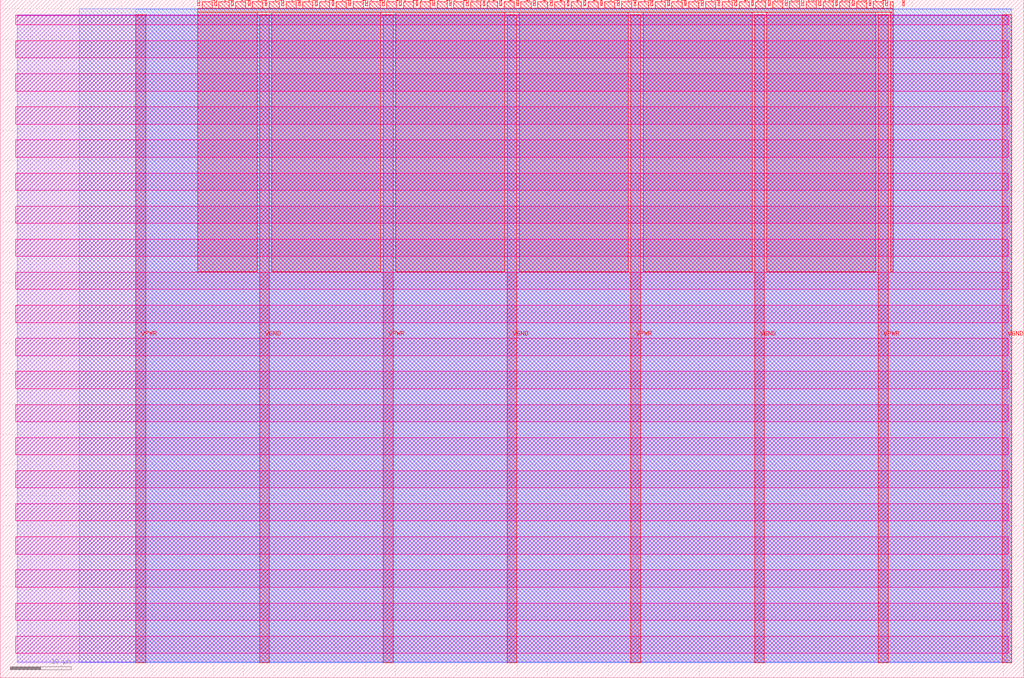
<source format=lef>
VERSION 5.7 ;
  NOWIREEXTENSIONATPIN ON ;
  DIVIDERCHAR "/" ;
  BUSBITCHARS "[]" ;
MACRO tt_um_wokwi_380408774591779841_dup
  CLASS BLOCK ;
  FOREIGN tt_um_wokwi_380408774591779841_dup ;
  ORIGIN 0.000 0.000 ;
  SIZE 168.360 BY 111.520 ;
  PIN VGND
    DIRECTION INOUT ;
    USE GROUND ;
    PORT
      LAYER met4 ;
        RECT 42.670 2.480 44.270 109.040 ;
    END
    PORT
      LAYER met4 ;
        RECT 83.380 2.480 84.980 109.040 ;
    END
    PORT
      LAYER met4 ;
        RECT 124.090 2.480 125.690 109.040 ;
    END
    PORT
      LAYER met4 ;
        RECT 164.800 2.480 166.400 109.040 ;
    END
  END VGND
  PIN VPWR
    DIRECTION INOUT ;
    USE POWER ;
    PORT
      LAYER met4 ;
        RECT 22.315 2.480 23.915 109.040 ;
    END
    PORT
      LAYER met4 ;
        RECT 63.025 2.480 64.625 109.040 ;
    END
    PORT
      LAYER met4 ;
        RECT 103.735 2.480 105.335 109.040 ;
    END
    PORT
      LAYER met4 ;
        RECT 144.445 2.480 146.045 109.040 ;
    END
  END VPWR
  PIN clk
    DIRECTION INPUT ;
    USE SIGNAL ;
    ANTENNAGATEAREA 0.852000 ;
    PORT
      LAYER met4 ;
        RECT 145.670 110.520 145.970 111.520 ;
    END
  END clk
  PIN ena
    DIRECTION INPUT ;
    USE SIGNAL ;
    PORT
      LAYER met4 ;
        RECT 148.430 110.520 148.730 111.520 ;
    END
  END ena
  PIN rst_n
    DIRECTION INPUT ;
    USE SIGNAL ;
    ANTENNAGATEAREA 0.196500 ;
    PORT
      LAYER met4 ;
        RECT 142.910 110.520 143.210 111.520 ;
    END
  END rst_n
  PIN ui_in[0]
    DIRECTION INPUT ;
    USE SIGNAL ;
    PORT
      LAYER met4 ;
        RECT 140.150 110.520 140.450 111.520 ;
    END
  END ui_in[0]
  PIN ui_in[1]
    DIRECTION INPUT ;
    USE SIGNAL ;
    PORT
      LAYER met4 ;
        RECT 137.390 110.520 137.690 111.520 ;
    END
  END ui_in[1]
  PIN ui_in[2]
    DIRECTION INPUT ;
    USE SIGNAL ;
    PORT
      LAYER met4 ;
        RECT 134.630 110.520 134.930 111.520 ;
    END
  END ui_in[2]
  PIN ui_in[3]
    DIRECTION INPUT ;
    USE SIGNAL ;
    PORT
      LAYER met4 ;
        RECT 131.870 110.520 132.170 111.520 ;
    END
  END ui_in[3]
  PIN ui_in[4]
    DIRECTION INPUT ;
    USE SIGNAL ;
    ANTENNAGATEAREA 0.126000 ;
    PORT
      LAYER met4 ;
        RECT 129.110 110.520 129.410 111.520 ;
    END
  END ui_in[4]
  PIN ui_in[5]
    DIRECTION INPUT ;
    USE SIGNAL ;
    ANTENNAGATEAREA 0.126000 ;
    PORT
      LAYER met4 ;
        RECT 126.350 110.520 126.650 111.520 ;
    END
  END ui_in[5]
  PIN ui_in[6]
    DIRECTION INPUT ;
    USE SIGNAL ;
    ANTENNAGATEAREA 0.196500 ;
    PORT
      LAYER met4 ;
        RECT 123.590 110.520 123.890 111.520 ;
    END
  END ui_in[6]
  PIN ui_in[7]
    DIRECTION INPUT ;
    USE SIGNAL ;
    ANTENNAGATEAREA 0.196500 ;
    PORT
      LAYER met4 ;
        RECT 120.830 110.520 121.130 111.520 ;
    END
  END ui_in[7]
  PIN uio_in[0]
    DIRECTION INPUT ;
    USE SIGNAL ;
    PORT
      LAYER met4 ;
        RECT 118.070 110.520 118.370 111.520 ;
    END
  END uio_in[0]
  PIN uio_in[1]
    DIRECTION INPUT ;
    USE SIGNAL ;
    PORT
      LAYER met4 ;
        RECT 115.310 110.520 115.610 111.520 ;
    END
  END uio_in[1]
  PIN uio_in[2]
    DIRECTION INPUT ;
    USE SIGNAL ;
    PORT
      LAYER met4 ;
        RECT 112.550 110.520 112.850 111.520 ;
    END
  END uio_in[2]
  PIN uio_in[3]
    DIRECTION INPUT ;
    USE SIGNAL ;
    PORT
      LAYER met4 ;
        RECT 109.790 110.520 110.090 111.520 ;
    END
  END uio_in[3]
  PIN uio_in[4]
    DIRECTION INPUT ;
    USE SIGNAL ;
    PORT
      LAYER met4 ;
        RECT 107.030 110.520 107.330 111.520 ;
    END
  END uio_in[4]
  PIN uio_in[5]
    DIRECTION INPUT ;
    USE SIGNAL ;
    PORT
      LAYER met4 ;
        RECT 104.270 110.520 104.570 111.520 ;
    END
  END uio_in[5]
  PIN uio_in[6]
    DIRECTION INPUT ;
    USE SIGNAL ;
    PORT
      LAYER met4 ;
        RECT 101.510 110.520 101.810 111.520 ;
    END
  END uio_in[6]
  PIN uio_in[7]
    DIRECTION INPUT ;
    USE SIGNAL ;
    PORT
      LAYER met4 ;
        RECT 98.750 110.520 99.050 111.520 ;
    END
  END uio_in[7]
  PIN uio_oe[0]
    DIRECTION OUTPUT TRISTATE ;
    USE SIGNAL ;
    PORT
      LAYER met4 ;
        RECT 51.830 110.520 52.130 111.520 ;
    END
  END uio_oe[0]
  PIN uio_oe[1]
    DIRECTION OUTPUT TRISTATE ;
    USE SIGNAL ;
    PORT
      LAYER met4 ;
        RECT 49.070 110.520 49.370 111.520 ;
    END
  END uio_oe[1]
  PIN uio_oe[2]
    DIRECTION OUTPUT TRISTATE ;
    USE SIGNAL ;
    PORT
      LAYER met4 ;
        RECT 46.310 110.520 46.610 111.520 ;
    END
  END uio_oe[2]
  PIN uio_oe[3]
    DIRECTION OUTPUT TRISTATE ;
    USE SIGNAL ;
    PORT
      LAYER met4 ;
        RECT 43.550 110.520 43.850 111.520 ;
    END
  END uio_oe[3]
  PIN uio_oe[4]
    DIRECTION OUTPUT TRISTATE ;
    USE SIGNAL ;
    PORT
      LAYER met4 ;
        RECT 40.790 110.520 41.090 111.520 ;
    END
  END uio_oe[4]
  PIN uio_oe[5]
    DIRECTION OUTPUT TRISTATE ;
    USE SIGNAL ;
    PORT
      LAYER met4 ;
        RECT 38.030 110.520 38.330 111.520 ;
    END
  END uio_oe[5]
  PIN uio_oe[6]
    DIRECTION OUTPUT TRISTATE ;
    USE SIGNAL ;
    PORT
      LAYER met4 ;
        RECT 35.270 110.520 35.570 111.520 ;
    END
  END uio_oe[6]
  PIN uio_oe[7]
    DIRECTION OUTPUT TRISTATE ;
    USE SIGNAL ;
    PORT
      LAYER met4 ;
        RECT 32.510 110.520 32.810 111.520 ;
    END
  END uio_oe[7]
  PIN uio_out[0]
    DIRECTION OUTPUT TRISTATE ;
    USE SIGNAL ;
    ANTENNADIFFAREA 0.445500 ;
    PORT
      LAYER met4 ;
        RECT 73.910 110.520 74.210 111.520 ;
    END
  END uio_out[0]
  PIN uio_out[1]
    DIRECTION OUTPUT TRISTATE ;
    USE SIGNAL ;
    ANTENNADIFFAREA 0.795200 ;
    PORT
      LAYER met4 ;
        RECT 71.150 110.520 71.450 111.520 ;
    END
  END uio_out[1]
  PIN uio_out[2]
    DIRECTION OUTPUT TRISTATE ;
    USE SIGNAL ;
    ANTENNADIFFAREA 0.445500 ;
    PORT
      LAYER met4 ;
        RECT 68.390 110.520 68.690 111.520 ;
    END
  END uio_out[2]
  PIN uio_out[3]
    DIRECTION OUTPUT TRISTATE ;
    USE SIGNAL ;
    ANTENNADIFFAREA 0.795200 ;
    PORT
      LAYER met4 ;
        RECT 65.630 110.520 65.930 111.520 ;
    END
  END uio_out[3]
  PIN uio_out[4]
    DIRECTION OUTPUT TRISTATE ;
    USE SIGNAL ;
    ANTENNADIFFAREA 0.795200 ;
    PORT
      LAYER met4 ;
        RECT 62.870 110.520 63.170 111.520 ;
    END
  END uio_out[4]
  PIN uio_out[5]
    DIRECTION OUTPUT TRISTATE ;
    USE SIGNAL ;
    ANTENNADIFFAREA 0.445500 ;
    PORT
      LAYER met4 ;
        RECT 60.110 110.520 60.410 111.520 ;
    END
  END uio_out[5]
  PIN uio_out[6]
    DIRECTION OUTPUT TRISTATE ;
    USE SIGNAL ;
    ANTENNADIFFAREA 0.445500 ;
    PORT
      LAYER met4 ;
        RECT 57.350 110.520 57.650 111.520 ;
    END
  END uio_out[6]
  PIN uio_out[7]
    DIRECTION OUTPUT TRISTATE ;
    USE SIGNAL ;
    ANTENNADIFFAREA 0.795200 ;
    PORT
      LAYER met4 ;
        RECT 54.590 110.520 54.890 111.520 ;
    END
  END uio_out[7]
  PIN uo_out[0]
    DIRECTION OUTPUT TRISTATE ;
    USE SIGNAL ;
    ANTENNADIFFAREA 0.795200 ;
    PORT
      LAYER met4 ;
        RECT 95.990 110.520 96.290 111.520 ;
    END
  END uo_out[0]
  PIN uo_out[1]
    DIRECTION OUTPUT TRISTATE ;
    USE SIGNAL ;
    ANTENNADIFFAREA 0.795200 ;
    PORT
      LAYER met4 ;
        RECT 93.230 110.520 93.530 111.520 ;
    END
  END uo_out[1]
  PIN uo_out[2]
    DIRECTION OUTPUT TRISTATE ;
    USE SIGNAL ;
    ANTENNADIFFAREA 0.445500 ;
    PORT
      LAYER met4 ;
        RECT 90.470 110.520 90.770 111.520 ;
    END
  END uo_out[2]
  PIN uo_out[3]
    DIRECTION OUTPUT TRISTATE ;
    USE SIGNAL ;
    ANTENNADIFFAREA 0.795200 ;
    PORT
      LAYER met4 ;
        RECT 87.710 110.520 88.010 111.520 ;
    END
  END uo_out[3]
  PIN uo_out[4]
    DIRECTION OUTPUT TRISTATE ;
    USE SIGNAL ;
    ANTENNADIFFAREA 0.795200 ;
    PORT
      LAYER met4 ;
        RECT 84.950 110.520 85.250 111.520 ;
    END
  END uo_out[4]
  PIN uo_out[5]
    DIRECTION OUTPUT TRISTATE ;
    USE SIGNAL ;
    ANTENNADIFFAREA 0.795200 ;
    PORT
      LAYER met4 ;
        RECT 82.190 110.520 82.490 111.520 ;
    END
  END uo_out[5]
  PIN uo_out[6]
    DIRECTION OUTPUT TRISTATE ;
    USE SIGNAL ;
    ANTENNADIFFAREA 0.445500 ;
    PORT
      LAYER met4 ;
        RECT 79.430 110.520 79.730 111.520 ;
    END
  END uo_out[6]
  PIN uo_out[7]
    DIRECTION OUTPUT TRISTATE ;
    USE SIGNAL ;
    ANTENNADIFFAREA 0.795200 ;
    PORT
      LAYER met4 ;
        RECT 76.670 110.520 76.970 111.520 ;
    END
  END uo_out[7]
  OBS
      LAYER nwell ;
        RECT 2.570 107.385 165.790 108.990 ;
        RECT 2.570 101.945 165.790 104.775 ;
        RECT 2.570 96.505 165.790 99.335 ;
        RECT 2.570 91.065 165.790 93.895 ;
        RECT 2.570 85.625 165.790 88.455 ;
        RECT 2.570 80.185 165.790 83.015 ;
        RECT 2.570 74.745 165.790 77.575 ;
        RECT 2.570 69.305 165.790 72.135 ;
        RECT 2.570 63.865 165.790 66.695 ;
        RECT 2.570 58.425 165.790 61.255 ;
        RECT 2.570 52.985 165.790 55.815 ;
        RECT 2.570 47.545 165.790 50.375 ;
        RECT 2.570 42.105 165.790 44.935 ;
        RECT 2.570 36.665 165.790 39.495 ;
        RECT 2.570 31.225 165.790 34.055 ;
        RECT 2.570 25.785 165.790 28.615 ;
        RECT 2.570 20.345 165.790 23.175 ;
        RECT 2.570 14.905 165.790 17.735 ;
        RECT 2.570 9.465 165.790 12.295 ;
        RECT 2.570 4.025 165.790 6.855 ;
      LAYER li1 ;
        RECT 2.760 2.635 165.600 108.885 ;
      LAYER met1 ;
        RECT 2.760 2.480 166.400 109.040 ;
      LAYER met2 ;
        RECT 12.980 2.535 166.370 110.005 ;
      LAYER met3 ;
        RECT 22.325 2.555 166.390 109.985 ;
      LAYER met4 ;
        RECT 33.210 110.120 34.870 111.170 ;
        RECT 35.970 110.120 37.630 111.170 ;
        RECT 38.730 110.120 40.390 111.170 ;
        RECT 41.490 110.120 43.150 111.170 ;
        RECT 44.250 110.120 45.910 111.170 ;
        RECT 47.010 110.120 48.670 111.170 ;
        RECT 49.770 110.120 51.430 111.170 ;
        RECT 52.530 110.120 54.190 111.170 ;
        RECT 55.290 110.120 56.950 111.170 ;
        RECT 58.050 110.120 59.710 111.170 ;
        RECT 60.810 110.120 62.470 111.170 ;
        RECT 63.570 110.120 65.230 111.170 ;
        RECT 66.330 110.120 67.990 111.170 ;
        RECT 69.090 110.120 70.750 111.170 ;
        RECT 71.850 110.120 73.510 111.170 ;
        RECT 74.610 110.120 76.270 111.170 ;
        RECT 77.370 110.120 79.030 111.170 ;
        RECT 80.130 110.120 81.790 111.170 ;
        RECT 82.890 110.120 84.550 111.170 ;
        RECT 85.650 110.120 87.310 111.170 ;
        RECT 88.410 110.120 90.070 111.170 ;
        RECT 91.170 110.120 92.830 111.170 ;
        RECT 93.930 110.120 95.590 111.170 ;
        RECT 96.690 110.120 98.350 111.170 ;
        RECT 99.450 110.120 101.110 111.170 ;
        RECT 102.210 110.120 103.870 111.170 ;
        RECT 104.970 110.120 106.630 111.170 ;
        RECT 107.730 110.120 109.390 111.170 ;
        RECT 110.490 110.120 112.150 111.170 ;
        RECT 113.250 110.120 114.910 111.170 ;
        RECT 116.010 110.120 117.670 111.170 ;
        RECT 118.770 110.120 120.430 111.170 ;
        RECT 121.530 110.120 123.190 111.170 ;
        RECT 124.290 110.120 125.950 111.170 ;
        RECT 127.050 110.120 128.710 111.170 ;
        RECT 129.810 110.120 131.470 111.170 ;
        RECT 132.570 110.120 134.230 111.170 ;
        RECT 135.330 110.120 136.990 111.170 ;
        RECT 138.090 110.120 139.750 111.170 ;
        RECT 140.850 110.120 142.510 111.170 ;
        RECT 143.610 110.120 145.270 111.170 ;
        RECT 146.370 110.120 146.905 111.170 ;
        RECT 32.495 109.440 146.905 110.120 ;
        RECT 32.495 66.815 42.270 109.440 ;
        RECT 44.670 66.815 62.625 109.440 ;
        RECT 65.025 66.815 82.980 109.440 ;
        RECT 85.380 66.815 103.335 109.440 ;
        RECT 105.735 66.815 123.690 109.440 ;
        RECT 126.090 66.815 144.045 109.440 ;
        RECT 146.445 66.815 146.905 109.440 ;
  END
END tt_um_wokwi_380408774591779841_dup
END LIBRARY


</source>
